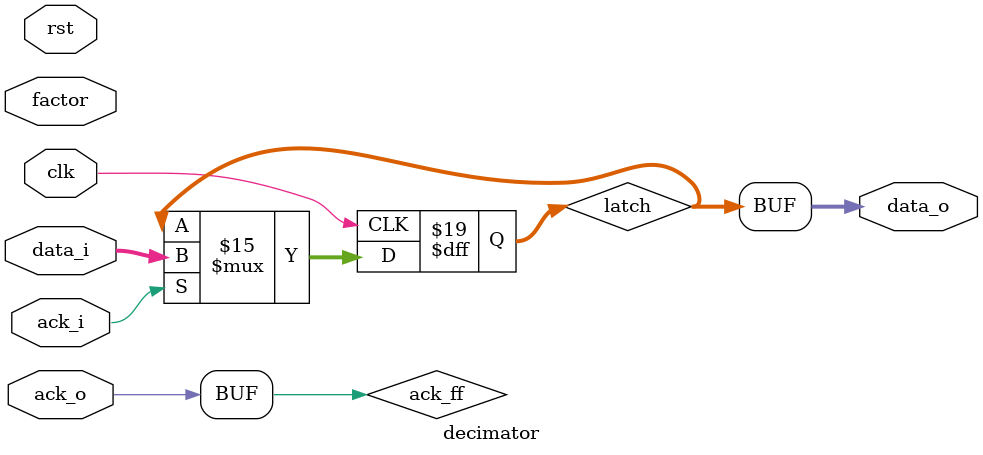
<source format=v>
module decimator
#(
    parameter DATA_WIDTH = 24
)(
    input clk,
    input rst,

    input [2:0] factor,

    input [(DATA_WIDTH-1):0] data_i,
    input ack_i,

    output [(DATA_WIDTH-1):0] data_o,
    input ack_o);

reg [(DATA_WIDTH-1):0] latch;
always @(posedge clk) begin
    if (ack_i)
        latch <= data_i;
end
assign data_o = latch;

reg [2:0] counter;
wire match = counter == factor;
always @(posedge clk) begin
    if (rst)
        counter <= 0;
    else if (ack_i) begin
        if (match)
            counter <= 0;
        else
            counter <= counter + 1;
    end
end

reg ack_ff;
always @(posedge clk)
    ack_ff <= ack_i & match;
assign ack_o = ack_ff;

endmodule

</source>
